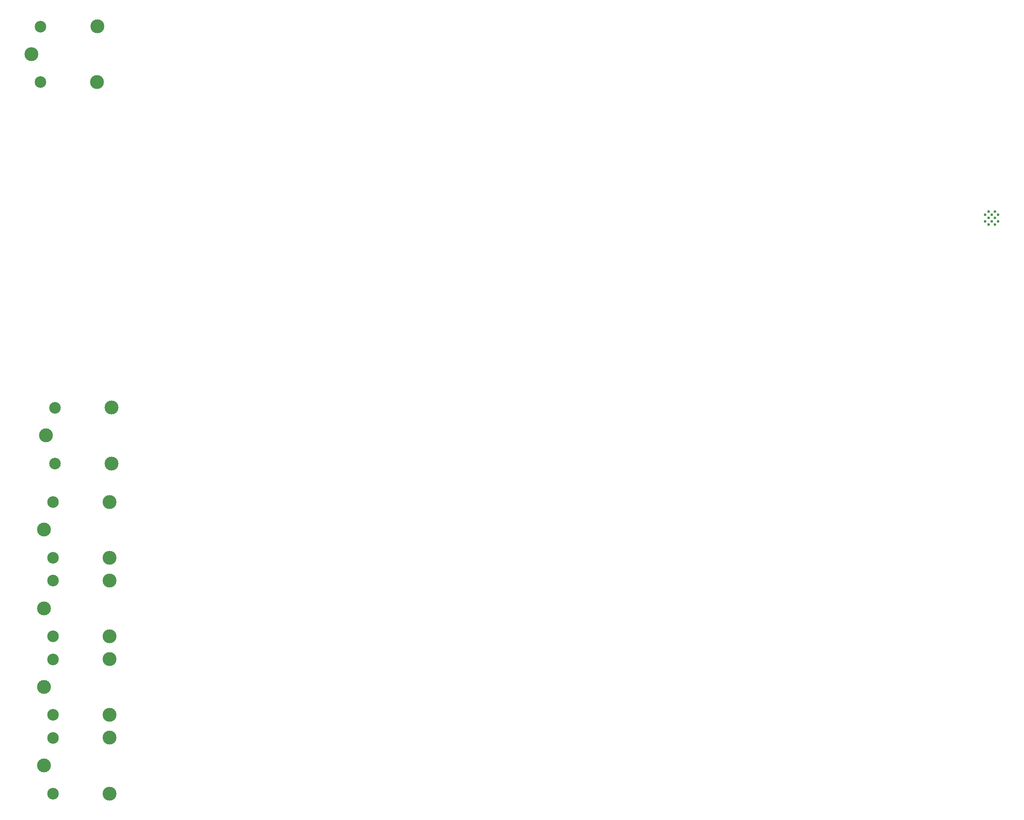
<source format=gbr>
%TF.GenerationSoftware,KiCad,Pcbnew,7.0.8*%
%TF.CreationDate,2023-10-11T10:21:05+03:00*%
%TF.ProjectId,sprinklers,73707269-6e6b-46c6-9572-732e6b696361,rev?*%
%TF.SameCoordinates,Original*%
%TF.FileFunction,Copper,L2,Bot*%
%TF.FilePolarity,Positive*%
%FSLAX46Y46*%
G04 Gerber Fmt 4.6, Leading zero omitted, Abs format (unit mm)*
G04 Created by KiCad (PCBNEW 7.0.8) date 2023-10-11 10:21:05*
%MOMM*%
%LPD*%
G01*
G04 APERTURE LIST*
%TA.AperFunction,ComponentPad*%
%ADD10C,3.000000*%
%TD*%
%TA.AperFunction,ComponentPad*%
%ADD11C,2.500000*%
%TD*%
%TA.AperFunction,HeatsinkPad*%
%ADD12C,0.600000*%
%TD*%
G04 APERTURE END LIST*
D10*
%TO.P,K4,1*%
%TO.N,Net-(J2-In)*%
X31720000Y-146505000D03*
D11*
%TO.P,K4,2*%
%TO.N,Net-(Q4-D)*%
X33670000Y-152555000D03*
D10*
%TO.P,K4,3*%
%TO.N,unconnected-(K4-Pad3)*%
X45870000Y-152555000D03*
%TO.P,K4,4*%
%TO.N,unconnected-(K4-Pad4)*%
X45920000Y-140505000D03*
D11*
%TO.P,K4,5*%
%TO.N,+5V*%
X33670000Y-140555000D03*
%TD*%
D12*
%TO.P,U2,39,GND*%
%TO.N,GND*%
X234730000Y-61630000D03*
X234730000Y-63030000D03*
X235430000Y-60930000D03*
X235430000Y-62330000D03*
X235430000Y-63730000D03*
X236105000Y-61630000D03*
X236105000Y-63030000D03*
X236830000Y-60930000D03*
X236830000Y-62330000D03*
X236830000Y-63730000D03*
X237530000Y-61630000D03*
X237530000Y-63030000D03*
%TD*%
D10*
%TO.P,K1,1*%
%TO.N,Net-(J2-In)*%
X29030000Y-26970000D03*
D11*
%TO.P,K1,2*%
%TO.N,Net-(Q1-D)*%
X30980000Y-33020000D03*
D10*
%TO.P,K1,3*%
%TO.N,unconnected-(K1-Pad3)*%
X43180000Y-33020000D03*
%TO.P,K1,4*%
%TO.N,unconnected-(K1-Pad4)*%
X43230000Y-20970000D03*
D11*
%TO.P,K1,5*%
%TO.N,+5V*%
X30980000Y-21020000D03*
%TD*%
D10*
%TO.P,K5,1*%
%TO.N,Net-(J2-In)*%
X31720000Y-163455000D03*
D11*
%TO.P,K5,2*%
%TO.N,Net-(Q5-D)*%
X33670000Y-169505000D03*
D10*
%TO.P,K5,3*%
%TO.N,unconnected-(K5-Pad3)*%
X45870000Y-169505000D03*
%TO.P,K5,4*%
%TO.N,unconnected-(K5-Pad4)*%
X45920000Y-157455000D03*
D11*
%TO.P,K5,5*%
%TO.N,+5V*%
X33670000Y-157505000D03*
%TD*%
D10*
%TO.P,K6,1*%
%TO.N,Net-(J2-In)*%
X31720000Y-180405000D03*
D11*
%TO.P,K6,2*%
%TO.N,Net-(Q6-D)*%
X33670000Y-186455000D03*
D10*
%TO.P,K6,3*%
%TO.N,unconnected-(K6-Pad3)*%
X45870000Y-186455000D03*
%TO.P,K6,4*%
%TO.N,unconnected-(K6-Pad4)*%
X45920000Y-174405000D03*
D11*
%TO.P,K6,5*%
%TO.N,+5V*%
X33670000Y-174455000D03*
%TD*%
D10*
%TO.P,K2,1*%
%TO.N,Net-(J2-In)*%
X32140000Y-109220000D03*
D11*
%TO.P,K2,2*%
%TO.N,Net-(Q2-D)*%
X34090000Y-115270000D03*
D10*
%TO.P,K2,3*%
%TO.N,unconnected-(K2-Pad3)*%
X46290000Y-115270000D03*
%TO.P,K2,4*%
%TO.N,unconnected-(K2-Pad4)*%
X46340000Y-103220000D03*
D11*
%TO.P,K2,5*%
%TO.N,+5V*%
X34090000Y-103270000D03*
%TD*%
D10*
%TO.P,K3,1*%
%TO.N,Net-(J2-In)*%
X31720000Y-129555000D03*
D11*
%TO.P,K3,2*%
%TO.N,Net-(Q3-D)*%
X33670000Y-135605000D03*
D10*
%TO.P,K3,3*%
%TO.N,unconnected-(K3-Pad3)*%
X45870000Y-135605000D03*
%TO.P,K3,4*%
%TO.N,unconnected-(K3-Pad4)*%
X45920000Y-123555000D03*
D11*
%TO.P,K3,5*%
%TO.N,+5V*%
X33670000Y-123605000D03*
%TD*%
M02*

</source>
